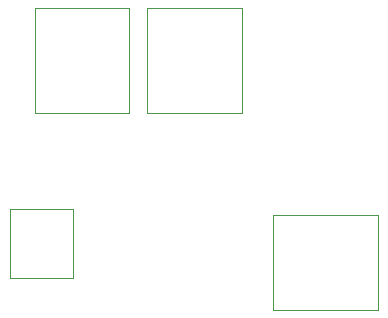
<source format=gbr>
G04 Layer_Color=32768*
%FSLAX26Y26*%
%MOIN*%
%TF.FileFunction,Other,Mechanical_3*%
%TF.Part,Single*%
G01*
G75*
%TA.AperFunction,NonConductor*%
%ADD38C,0.003937*%
%ADD39C,0.001968*%
D38*
X785000Y1205000D02*
X1100000D01*
X785000D02*
Y1555000D01*
X1100000Y1205000D02*
Y1555000D01*
X785000D02*
X1100000D01*
X1205000Y550000D02*
Y865000D01*
X1555000D01*
X1205000Y550000D02*
X1555000D01*
Y865000D01*
X410000Y1205000D02*
X725000D01*
X410000D02*
Y1555000D01*
X725000Y1205000D02*
Y1555000D01*
X410000D02*
X725000D01*
D39*
X326638Y656000D02*
Y887000D01*
X538638D01*
X326638Y656000D02*
X538638D01*
Y887000D01*
%TF.MD5,e6c15ec8effabc642408f7f911ad1227*%
M02*

</source>
